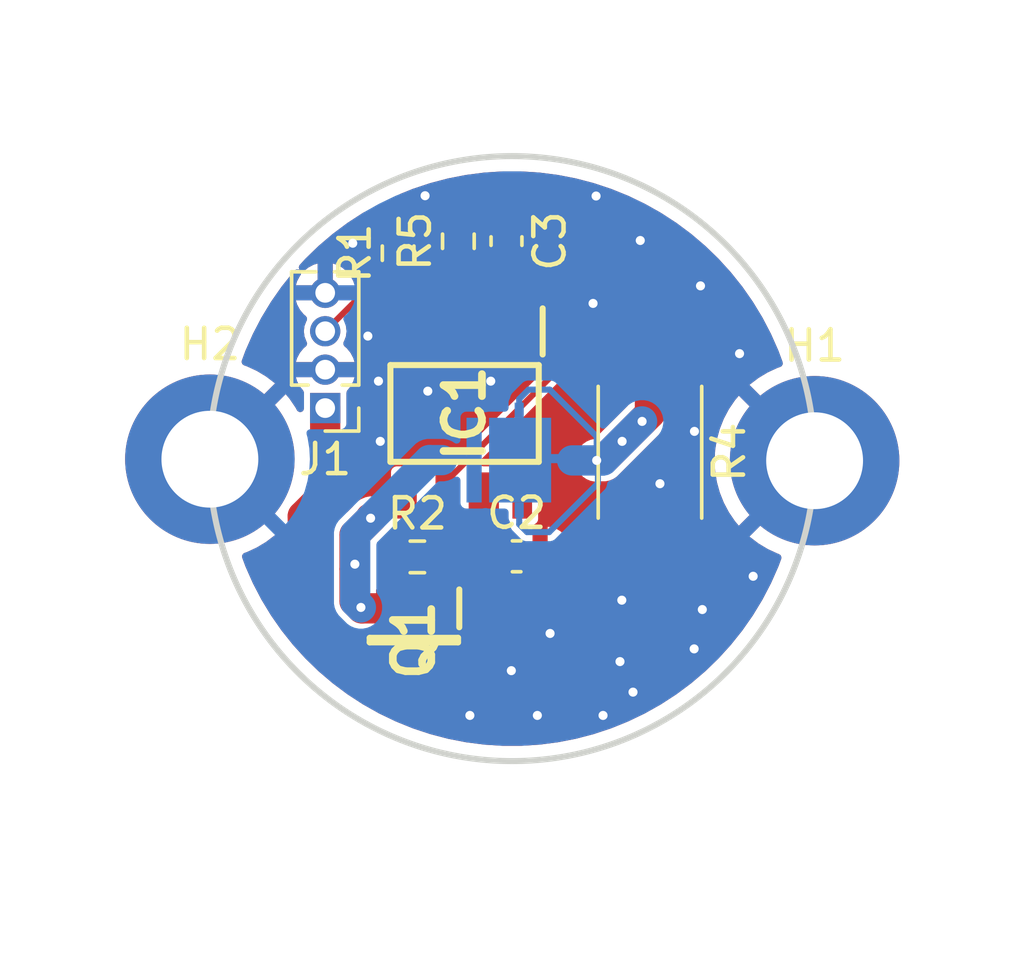
<source format=kicad_pcb>
(kicad_pcb (version 20240108) (generator "pcbnew") (generator_version "8.0")
  (layers (0 "F.Cu" signal) (31 "B.Cu" signal) (34 "B.Paste" user) (35 "F.Paste" user) (36 "B.SilkS" user "B.Silkscreen") (37 "F.SilkS" user "F.Silkscreen") (38 "B.Mask" user) (39 "F.Mask" user) (44 "Edge.Cuts" user))
  (net 0 "")
  (net 1 "GND")
  (net 2 "+5VA")
  (net 3 "Net-(IC1-VOUT)")
  (net 4 "Net-(IC1--IN)")
  (net 8 "VIN")
  (net 9 "Net-(J2-Pin_1)")
  (net 10 "Net-(J2-Pin_2)")
  (net 11 "Net-(Q1-Pad1)")
  (footprint "lib_fp:SOT95P237X112-3N" (layer "F.Cu") (at 164.75 90.26 -90)
    (property "Reference" "Q1" (at 0 0 90) (layer "F.SilkS") (effects (font (size 1.27 1.27) (thickness 0.254))))
    (property "Value" "FMMT619TA" (hide yes))
    (fp_line (start -0.075 1.46) (end -0.075 -1.46) (stroke (width 0.2)) (layer "F.SilkS"))
    (fp_line (start 0.075 1.46) (end -0.075 1.46) (stroke (width 0.2)) (layer "F.SilkS"))
    (fp_line (start -0.075 -1.46) (end 0.075 -1.46) (stroke (width 0.2)) (layer "F.SilkS"))
    (fp_line (start 0.075 -1.46) (end 0.075 1.46) (stroke (width 0.2)) (layer "F.SilkS"))
    (fp_line (start -1.675 -1.5) (end -0.425 -1.5) (stroke (width 0.2)) (layer "F.SilkS"))
    (pad "1" smd rect (at -1.05 -0.95) (size 0.6 1.25) (layers "F.Cu" "F.Paste" "F.Mask") (net 11 "Net-(Q1-Pad1)"))
    (pad "2" smd rect (at -1.05 0.95) (size 0.6 1.25) (layers "F.Cu" "F.Paste" "F.Mask") (net 9 "Net-(J2-Pin_1)"))
    (pad "3" smd rect (at 1.05 0) (size 0.6 1.25) (layers "F.Cu" "F.Paste" "F.Mask") (net 2 "+5VA"))
  )
  (footprint "Resistor_SMD:R_2512_6332Metric" (layer "F.Cu") (at 172.55 84.05 -90)
    (property "Reference" "R4" (at 0 -2.62 90) (layer "F.SilkS"))
    (property "Value" "2 / 1.5W")
    (fp_line (start -2.177064 1.71) (end 2.177064 1.71) (stroke (width 0.12)) (layer "F.SilkS"))
    (fp_line (start -2.177064 -1.71) (end 2.177064 -1.71) (stroke (width 0.12)) (layer "F.SilkS"))
    (pad "1" smd roundrect (at -2.9625 0 270) (size 1.225 3.35) (layers "F.Cu" "F.Paste" "F.Mask") (roundrect_rratio 0.204082) (net 10 "Net-(J2-Pin_2)"))
    (pad "2" smd roundrect (at 2.9625 0 270) (size 1.225 3.35) (layers "F.Cu" "F.Paste" "F.Mask") (roundrect_rratio 0.204082) (net 1 "GND"))
  )
  (footprint "lib_fp:SOIC127P599X175-8N" (layer "F.Cu") (at 166.425 82.768 -90)
    (property "Reference" "IC1" (at 0 0 90) (layer "F.SilkS") (effects (font (size 1.27 1.27) (thickness 0.254))))
    (property "Value" "LT1800CS8" (hide yes))
    (fp_line (start -1.6 2.451) (end -1.6 -2.451) (stroke (width 0.2)) (layer "F.SilkS"))
    (fp_line (start 1.6 2.451) (end -1.6 2.451) (stroke (width 0.2)) (layer "F.SilkS"))
    (fp_line (start -1.6 -2.451) (end 1.6 -2.451) (stroke (width 0.2)) (layer "F.SilkS"))
    (fp_line (start 1.6 -2.451) (end 1.6 2.451) (stroke (width 0.2)) (layer "F.SilkS"))
    (fp_line (start -3.475 -2.58) (end -1.95 -2.58) (stroke (width 0.2)) (layer "F.SilkS"))
    (pad "1" smd rect (at -2.712 -1.905) (size 0.65 1.526) (layers "F.Cu" "F.Paste" "F.Mask"))
    (pad "2" smd rect (at -2.712 -0.635) (size 0.65 1.526) (layers "F.Cu" "F.Paste" "F.Mask") (net 4 "Net-(IC1--IN)"))
    (pad "3" smd rect (at -2.712 0.635) (size 0.65 1.526) (layers "F.Cu" "F.Paste" "F.Mask") (net 8 "VIN"))
    (pad "4" smd rect (at -2.712 1.905) (size 0.65 1.526) (layers "F.Cu" "F.Paste" "F.Mask") (net 1 "GND"))
    (pad "5" smd rect (at 2.712 1.905) (size 0.65 1.526) (layers "F.Cu" "F.Paste" "F.Mask"))
    (pad "6" smd rect (at 2.712 0.635) (size 0.65 1.526) (layers "F.Cu" "F.Paste" "F.Mask") (net 3 "Net-(IC1-VOUT)"))
    (pad "7" smd rect (at 2.712 -0.635) (size 0.65 1.526) (layers "F.Cu" "F.Paste" "F.Mask") (net 2 "+5VA"))
    (pad "8" smd rect (at 2.712 -1.905) (size 0.65 1.526) (layers "F.Cu" "F.Paste" "F.Mask"))
  )
  (footprint "Resistor_SMD:R_0603_1608Metric" (layer "F.Cu") (at 166.22 77.075 90)
    (property "Reference" "R5" (at 0 -1.43 270) (layer "F.SilkS"))
    (property "Value" "330")
    (fp_line (start -0.237258 -0.5225) (end 0.237258 -0.5225) (stroke (width 0.12)) (layer "F.SilkS"))
    (fp_line (start -0.237258 0.5225) (end 0.237258 0.5225) (stroke (width 0.12)) (layer "F.SilkS"))
    (pad "1" smd roundrect (at -0.825 0 90) (size 0.8 0.95) (layers "F.Cu" "F.Paste" "F.Mask") (net 4 "Net-(IC1--IN)"))
    (pad "2" smd roundrect (at 0.825 0 90) (size 0.8 0.95) (layers "F.Cu" "F.Paste" "F.Mask") (net 10 "Net-(J2-Pin_2)"))
  )
  (footprint "Resistor_SMD:R_0603_1608Metric" (layer "F.Cu") (at 164.23 77.47 90)
    (property "Reference" "R1" (at 0 -1.43 270) (layer "F.SilkS"))
    (property "Value" "100k")
    (fp_line (start -0.237258 -0.5225) (end 0.237258 -0.5225) (stroke (width 0.12)) (layer "F.SilkS"))
    (fp_line (start -0.237258 0.5225) (end 0.237258 0.5225) (stroke (width 0.12)) (layer "F.SilkS"))
    (pad "1" smd roundrect (at -0.825 0 90) (size 0.8 0.95) (layers "F.Cu" "F.Paste" "F.Mask") (net 8 "VIN"))
    (pad "2" smd roundrect (at 0.825 0 90) (size 0.8 0.95) (layers "F.Cu" "F.Paste" "F.Mask") (net 1 "GND"))
  )
  (footprint "Connector_PinHeader_1.27mm:PinHeader_1x04_P1.27mm_Vertical" (layer "F.Cu") (at 161.82 82.59 180)
    (property "Reference" "J1" (at 0 -1.695 180) (layer "F.SilkS"))
    (property "Value" "Conn_01x04_Pin")
    (fp_line (start 1.11 0.76) (end 1.11 4.505) (stroke (width 0.12)) (layer "F.SilkS"))
    (fp_line (start 0.563471 0.76) (end 1.11 0.76) (stroke (width 0.12)) (layer "F.SilkS"))
    (fp_line (start 0.30753 4.505) (end 1.11 4.505) (stroke (width 0.12)) (layer "F.SilkS"))
    (fp_line (start -1.11 4.505) (end -0.30753 4.505) (stroke (width 0.12)) (layer "F.SilkS"))
    (fp_line (start -1.11 0.76) (end -0.563471 0.76) (stroke (width 0.12)) (layer "F.SilkS"))
    (fp_line (start -1.11 0.76) (end -1.11 4.505) (stroke (width 0.12)) (layer "F.SilkS"))
    (fp_line (start -1.11 0) (end -1.11 -0.76) (stroke (width 0.12)) (layer "F.SilkS"))
    (fp_line (start -1.11 -0.76) (end 0 -0.76) (stroke (width 0.12)) (layer "F.SilkS"))
    (pad "1" thru_hole rect (at 0 0 180) (size 1 1) (drill 0.65) (layers "*.Cu" "*.Mask") (net 2 "+5VA"))
    (pad "2" thru_hole oval (at 0 1.27 180) (size 1 1) (drill 0.65) (layers "*.Cu" "*.Mask") (net 1 "GND"))
    (pad "3" thru_hole oval (at 0 2.54 180) (size 1 1) (drill 0.65) (layers "*.Cu" "*.Mask") (net 8 "VIN"))
    (pad "4" thru_hole oval (at 0 3.81 180) (size 1 1) (drill 0.65) (layers "*.Cu" "*.Mask") (net 1 "GND"))
  )
  (footprint "Capacitor_SMD:C_0603_1608Metric" (layer "F.Cu") (at 167.81 77.07 -90)
    (property "Reference" "C3" (at 0 -1.43 90) (layer "F.SilkS"))
    (property "Value" "39p")
    (fp_line (start -0.14058 0.51) (end 0.14058 0.51) (stroke (width 0.12)) (layer "F.SilkS"))
    (fp_line (start -0.14058 -0.51) (end 0.14058 -0.51) (stroke (width 0.12)) (layer "F.SilkS"))
    (pad "1" smd roundrect (at -0.775 0 270) (size 0.9 0.95) (layers "F.Cu" "F.Paste" "F.Mask") (net 3 "Net-(IC1-VOUT)"))
    (pad "2" smd roundrect (at 0.775 0 270) (size 0.9 0.95) (layers "F.Cu" "F.Paste" "F.Mask") (net 4 "Net-(IC1--IN)"))
  )
  (footprint "Resistor_SMD:R_0603_1608Metric" (layer "F.Cu") (at 164.865 87.51)
    (property "Reference" "R2" (at 0 -1.43 360) (layer "F.SilkS"))
    (property "Value" "10")
    (fp_line (start -0.237258 -0.5225) (end 0.237258 -0.5225) (stroke (width 0.12)) (layer "F.SilkS"))
    (fp_line (start -0.237258 0.5225) (end 0.237258 0.5225) (stroke (width 0.12)) (layer "F.SilkS"))
    (pad "1" smd roundrect (at -0.825 0) (size 0.8 0.95) (layers "F.Cu" "F.Paste" "F.Mask") (net 3 "Net-(IC1-VOUT)"))
    (pad "2" smd roundrect (at 0.825 0) (size 0.8 0.95) (layers "F.Cu" "F.Paste" "F.Mask") (net 11 "Net-(Q1-Pad1)"))
  )
  (footprint "Capacitor_SMD:C_0603_1608Metric" (layer "F.Cu") (at 168.145 87.49)
    (property "Reference" "C2" (at 0 -1.43 0) (layer "F.SilkS"))
    (property "Value" "100n")
    (fp_line (start -0.14058 -0.51) (end 0.14058 -0.51) (stroke (width 0.12)) (layer "F.SilkS"))
    (fp_line (start -0.14058 0.51) (end 0.14058 0.51) (stroke (width 0.12)) (layer "F.SilkS"))
    (pad "1" smd roundrect (at -0.775 0) (size 0.9 0.95) (layers "F.Cu" "F.Paste" "F.Mask") (net 2 "+5VA"))
    (pad "2" smd roundrect (at 0.775 0) (size 0.9 0.95) (layers "F.Cu" "F.Paste" "F.Mask") (net 1 "GND"))
  )
  (footprint "MountingHole:MountingHole_3.2mm_M3_DIN965_Pad" (layer "F.Cu") (at 177.99 84.33)
    (property "Reference" "H1" (at 0 -3.8 0) (layer "F.SilkS"))
    (property "Value" "MountingHole_Pad")
    (pad "1" thru_hole circle (at 0 0) (size 5.6 5.6) (drill 3.2) (layers "*.Cu" "*.Mask") (net 1 "GND"))
  )
  (footprint "MountingHole:MountingHole_3.2mm_M3_DIN965_Pad" (layer "F.Cu") (at 158.01 84.28)
    (property "Reference" "H2" (at 0 -3.8 0) (layer "F.SilkS"))
    (property "Value" "MountingHole_Pad")
    (pad "1" thru_hole circle (at 0 0) (size 5.6 5.6) (drill 3.2) (layers "*.Cu" "*.Mask") (net 1 "GND"))
  )
  (footprint "lib_fp:APDE-00" (layer "B.Cu") (at 166.89 78.47 180)
    (property "Reference" "J2" (hide yes))
    (property "Value" "Conn_01x02_Pin" (hide yes))
    (pad "1" smd rect (at 0.15 -5.84 180) (size 0.5 2.8) (layers "B.Cu" "B.Paste" "B.Mask") (net 9 "Net-(J2-Pin_1)"))
    (pad "1" smd rect (at 0.65 -5.79) (size 0.5 0.3) (layers "B.Cu" "B.Paste" "B.Mask") (net 9 "Net-(J2-Pin_1)"))
    (pad "2" smd rect (at -2.64 -5.79 180) (size 0.5 0.3) (layers "B.Cu" "B.Paste" "B.Mask") (net 10 "Net-(J2-Pin_2)"))
    (pad "2" smd rect (at -1.37 -5.84 180) (size 2.05 2.8) (layers "B.Cu" "B.Paste" "B.Mask") (net 10 "Net-(J2-Pin_2)"))
    (pad "2" smd rect (at -1.34 -7.49 90) (size 0.5 0.3) (layers "B.Cu" "B.Paste" "B.Mask") (net 10 "Net-(J2-Pin_2)"))
    (pad "2" smd rect (at -1.34 -4.19 90) (size 0.5 0.3) (layers "B.Cu" "B.Paste" "B.Mask") (net 10 "Net-(J2-Pin_2)"))
  )
  (gr_circle (center 167.99 84.26) (end 177.99 84.26) (stroke (width 0.2)) (fill none) (layer "Edge.Cuts"))
  (via (at 171.99 91.98) (size 0.6) (drill 0.3) (layers "F.Cu" "B.Cu") (net 1))
  (via (at 163.64 83.69) (size 0.6) (drill 0.3) (layers "F.Cu" "B.Cu") (net 1))
  (via (at 174.02 83.36) (size 0.6) (drill 0.3) (layers "F.Cu" "B.Cu") (net 1))
  (via (at 167.97 91.27) (size 0.6) (drill 0.3) (layers "F.Cu" "B.Cu") (net 1))
  (via (at 170.77 75.58) (size 0.6) (drill 0.3) (layers "F.Cu" "B.Cu") (net 1))
  (via (at 170.67 79.13) (size 0.6) (drill 0.3) (layers "F.Cu" "B.Cu") (net 1))
  (via (at 174.22 78.55) (size 0.6) (drill 0.3) (layers "F.Cu" "B.Cu") (net 1))
  (via (at 172.88 85.09) (size 0.6) (drill 0.3) (layers "F.Cu" "B.Cu") (net 1))
  (via (at 174.28 89.25) (size 0.6) (drill 0.3) (layers "F.Cu" "B.Cu") (net 1))
  (via (at 174.01 90.55) (size 0.6) (drill 0.3) (layers "F.Cu" "B.Cu") (net 1))
  (via (at 165.21 82.03) (size 0.6) (drill 0.3) (layers "F.Cu" "B.Cu") (net 1))
  (via (at 169.25 90.04) (size 0.6) (drill 0.3) (layers "F.Cu" "B.Cu") (net 1))
  (via (at 172.23 77.05) (size 0.6) (drill 0.3) (layers "F.Cu" "B.Cu") (net 1))
  (via (at 171.62 88.94) (size 0.6) (drill 0.3) (layers "F.Cu" "B.Cu") (net 1))
  (via (at 175.51 80.79) (size 0.6) (drill 0.3) (layers "F.Cu" "B.Cu") (net 1))
  (via (at 163.58 81.7) (size 0.6) (drill 0.3) (layers "F.Cu" "B.Cu") (net 1))
  (via (at 175.96 88.15) (size 0.6) (drill 0.3) (layers "F.Cu" "B.Cu") (net 1))
  (via (at 168.83 92.75) (size 0.6) (drill 0.3) (layers "F.Cu" "B.Cu") (net 1))
  (via (at 166.6 92.75) (size 0.6) (drill 0.3) (layers "F.Cu" "B.Cu") (net 1))
  (via (at 163.23 80.21) (size 0.6) (drill 0.3) (layers "F.Cu" "B.Cu") (net 1))
  (via (at 167.29 81.7) (size 0.6) (drill 0.3) (layers "F.Cu" "B.Cu") (net 1))
  (via (at 162.73 77.14) (size 0.6) (drill 0.3) (layers "F.Cu" "B.Cu") (net 1))
  (via (at 171.56 90.97) (size 0.6) (drill 0.3) (layers "F.Cu" "B.Cu") (net 1))
  (via (at 171 92.75) (size 0.6) (drill 0.3) (layers "F.Cu" "B.Cu") (net 1))
  (via (at 165.12 75.57) (size 0.6) (drill 0.3) (layers "F.Cu" "B.Cu") (net 1))
  (segment (start 167.37 89.19) (end 167.37 87.49) (width 1) (layer "F.Cu") (net 2))
  (segment (start 165.25 91.31) (end 167.37 89.19) (width 1) (layer "F.Cu") (net 2))
  (segment (start 164.75 91.31) (end 165.25 91.31) (width 1) (layer "F.Cu") (net 2))
  (segment (start 161.08 86.159748) (end 161.08 89.14) (width 1) (layer "F.Cu") (net 2))
  (segment (start 167.06 87.18) (end 167.37 87.49) (width 1) (layer "F.Cu") (net 2))
  (segment (start 161.82 85.419748) (end 161.08 86.159748) (width 1) (layer "F.Cu") (net 2))
  (segment (start 167.06 85.48) (end 167.06 87.18) (width 1) (layer "F.Cu") (net 2))
  (segment (start 161.82 82.59) (end 161.82 85.419748) (width 1) (layer "F.Cu") (net 2))
  (segment (start 163.25 91.31) (end 164.75 91.31) (width 1) (layer "F.Cu") (net 2))
  (segment (start 161.08 89.14) (end 163.25 91.31) (width 1) (layer "F.Cu") (net 2))
  (segment (start 169.52 78.005) (end 167.81 76.295) (width 0.2) (layer "F.Cu") (net 3))
  (segment (start 165.79 85.76) (end 165.79 85.48) (width 0.2) (layer "F.Cu") (net 3))
  (segment (start 169.52 81.312) (end 169.52 78.005) (width 0.2) (layer "F.Cu") (net 3))
  (segment (start 165.79 85.042) (end 169.52 81.312) (width 0.2) (layer "F.Cu") (net 3))
  (segment (start 164.04 87.51) (end 165.79 85.76) (width 0.2) (layer "F.Cu") (net 3))
  (segment (start 165.79 85.48) (end 165.79 85.042) (width 0.2) (layer "F.Cu") (net 3))
  (segment (start 167.06 80.056) (end 167.06 78.74) (width 0.2) (layer "F.Cu") (net 4))
  (segment (start 167.81 77.845) (end 166.275 77.845) (width 0.2) (layer "F.Cu") (net 4))
  (segment (start 167.06 78.74) (end 166.22 77.9) (width 0.2) (layer "F.Cu") (net 4))
  (segment (start 166.275 77.845) (end 166.22 77.9) (width 0.2) (layer "F.Cu") (net 4))
  (segment (start 161.82 80.05) (end 163.575 78.295) (width 0.2) (layer "F.Cu") (net 8))
  (segment (start 163.575 78.295) (end 164.447 78.295) (width 0.2) (layer "F.Cu") (net 8))
  (segment (start 164.447 78.295) (end 165.79 79.638) (width 0.2) (layer "F.Cu") (net 8))
  (segment (start 165.79 79.638) (end 165.79 80.056) (width 0.2) (layer "F.Cu") (net 8))
  (segment (start 163.34 86.23) (end 163.36 86.21) (width 1) (layer "F.Cu") (net 9))
  (segment (start 162.8 87.91) (end 162.79 87.9) (width 1) (layer "F.Cu") (net 9))
  (segment (start 163.8 89.21) (end 163.03 89.21) (width 1) (layer "F.Cu") (net 9))
  (segment (start 163.32 86.23) (end 163.34 86.23) (width 1) (layer "F.Cu") (net 9))
  (segment (start 162.79 87.9) (end 162.79 86.78) (width 1) (layer "F.Cu") (net 9))
  (segment (start 163.32 86.25) (end 163.32 86.23) (width 1) (layer "F.Cu") (net 9))
  (segment (start 163 89.18) (end 162.79 88.97) (width 1) (layer "F.Cu") (net 9))
  (segment (start 162.79 88.97) (end 162.79 87.92) (width 1) (layer "F.Cu") (net 9))
  (segment (start 162.79 86.78) (end 163.32 86.25) (width 1) (layer "F.Cu") (net 9))
  (segment (start 163.03 89.21) (end 163 89.18) (width 1) (layer "F.Cu") (net 9))
  (segment (start 162.79 87.92) (end 162.8 87.91) (width 1) (layer "F.Cu") (net 9))
  (via (at 163.32 86.23) (size 0.6) (drill 0.3) (layers "F.Cu" "B.Cu") (net 9))
  (via (at 163 89.18) (size 0.6) (drill 0.3) (layers "F.Cu" "B.Cu") (net 9))
  (via (at 162.8 87.75) (size 0.6) (drill 0.3) (layers "F.Cu" "B.Cu") (net 9))
  (segment (start 162.81 86.76) (end 165.26 84.31) (width 1) (layer "B.Cu") (net 9))
  (segment (start 163 89.18) (end 162.81 88.99) (width 1) (layer "B.Cu") (net 9))
  (segment (start 165.26 84.31) (end 165.68 84.31) (width 1) (layer "B.Cu") (net 9))
  (segment (start 162.81 88.99) (end 162.81 86.76) (width 1) (layer "B.Cu") (net 9))
  (segment (start 172.55 82.77) (end 172.29 83.03) (width 1) (layer "F.Cu") (net 10))
  (segment (start 172.55 81.0875) (end 172.55 82.77) (width 1) (layer "F.Cu") (net 10))
  (segment (start 170.8 84.31) (end 170.79 84.32) (width 1) (layer "F.Cu") (net 10))
  (segment (start 171.01 84.31) (end 170.8 84.31) (width 1) (layer "F.Cu") (net 10))
  (segment (start 172.29 83.03) (end 171.01 84.31) (width 1) (layer "F.Cu") (net 10))
  (segment (start 172.55 79.22) (end 172.55 81.0875) (width 0.2) (layer "F.Cu") (net 10))
  (segment (start 167.11 75.36) (end 168.69 75.36) (width 0.2) (layer "F.Cu") (net 10))
  (segment (start 166.22 76.25) (end 167.11 75.36) (width 0.2) (layer "F.Cu") (net 10))
  (segment (start 168.69 75.36) (end 172.55 79.22) (width 0.2) (layer "F.Cu") (net 10))
  (via (at 170.79 84.32) (size 0.6) (drill 0.3) (layers "F.Cu" "B.Cu") (net 10))
  (via (at 171.63 83.69) (size 0.6) (drill 0.3) (layers "F.Cu" "B.Cu") (net 10))
  (via (at 172.29 83.03) (size 0.6) (drill 0.3) (layers "F.Cu" "B.Cu") (net 10))
  (segment (start 168.49 86.69) (end 169.22 86.69) (width 0.2) (layer "B.Cu") (net 10))
  (segment (start 170.83 84.36) (end 170.79 84.32) (width 0.2) (layer "B.Cu") (net 10))
  (segment (start 169.22 86.69) (end 170.83 85.08) (width 0.2) (layer "B.Cu") (net 10))
  (segment (start 171 84.32) (end 169.98 84.32) (width 1) (layer "B.Cu") (net 10))
  (segment (start 168.23 86.43) (end 168.49 86.69) (width 0.2) (layer "B.Cu") (net 10))
  (segment (start 168.23 82.66) (end 168.23 82.29) (width 0.2) (layer "B.Cu") (net 10))
  (segment (start 170.79 83.53) (end 170.79 84.32) (width 0.2) (layer "B.Cu") (net 10))
  (segment (start 168.23 85.96) (end 168.23 86.43) (width 0.2) (layer "B.Cu") (net 10))
  (segment (start 171.63 83.69) (end 172.29 83.03) (width 1) (layer "B.Cu") (net 10))
  (segment (start 168.54 81.98) (end 169.24 81.98) (width 0.2) (layer "B.Cu") (net 10))
  (segment (start 168.23 82.29) (end 168.54 81.98) (width 0.2) (layer "B.Cu") (net 10))
  (segment (start 170.79 84.32) (end 171 84.32) (width 1) (layer "B.Cu") (net 10))
  (segment (start 171 84.32) (end 171.63 83.69) (width 1) (layer "B.Cu") (net 10))
  (segment (start 170.83 85.08) (end 170.83 84.36) (width 0.2) (layer "B.Cu") (net 10))
  (segment (start 169.24 81.98) (end 170.79 83.53) (width 0.2) (layer "B.Cu") (net 10))
  (segment (start 165.69 89.2) (end 165.7 89.21) (width 0.2) (layer "F.Cu") (net 11))
  (segment (start 165.69 87.51) (end 165.69 89.2) (width 0.2) (layer "F.Cu") (net 11))
  (zone (net 1) (net_name "GND") (layers "F&B.Cu") (connect_pads (clearance 0.2)) (min_thickness 0.25) (fill yes (thermal_gap 0.5) (thermal_bridge_width 0.5))
    (polygon (pts (xy 156.95 77.78) (xy 170.93 69.1) (xy 182.81 77.46) (xy 183.64 94.9) (xy 161.67 100.9) (xy 152.16 92.66)))
  )
)
</source>
